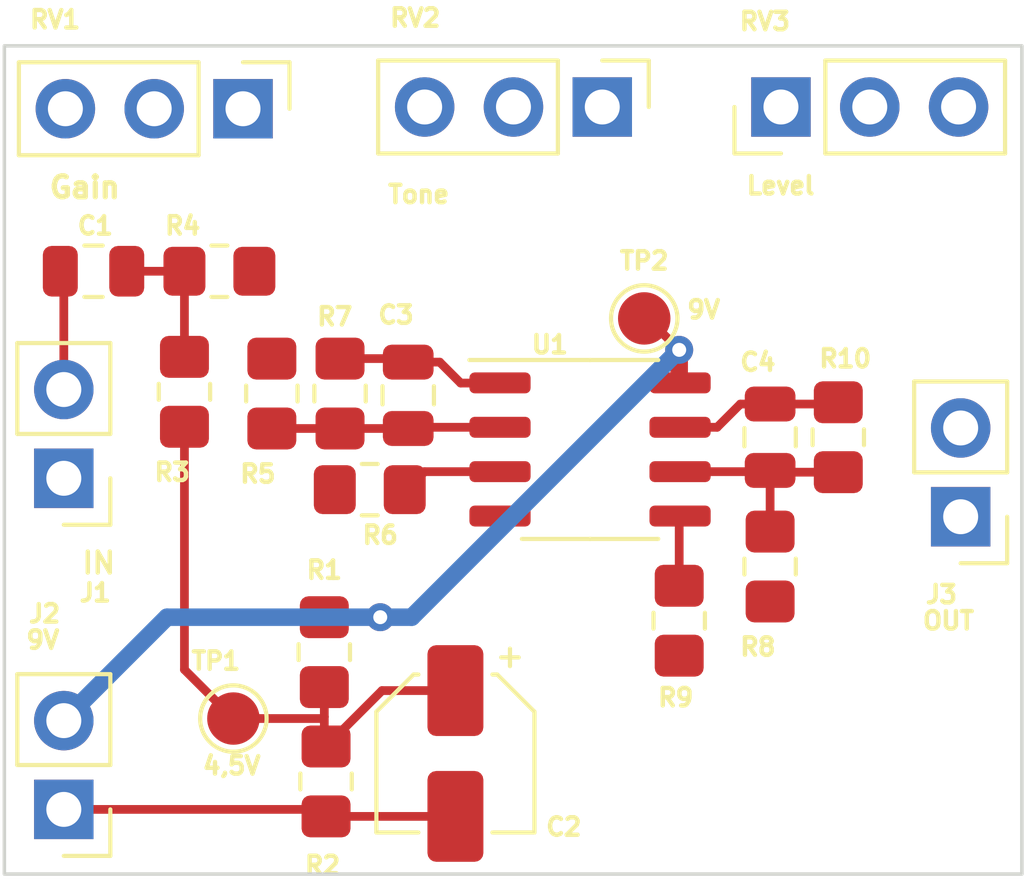
<source format=kicad_pcb>
(kicad_pcb (version 20211014) (generator pcbnew)
  (layers (0 "F.Cu" signal) (31 "B.Cu" signal) (34 "B.Paste" user) (35 "F.Paste" user) (36 "B.SilkS" user "B.Silkscreen") (37 "F.SilkS" user "F.Silkscreen") (38 "B.Mask" user) (39 "F.Mask" user) (44 "Edge.Cuts" user))
  (net 0 "")
  (net 1 "/4V5")
  (net 2 "GND")
  (net 3 "Net-(C1-Pad2)")
  (net 6 "Net-(C3-Pad1)")
  (net 8 "Net-(R6-Pad2)")
  (net 9 "Net-(C3-Pad2)")
  (net 11 "Net-(C4-Pad1)")
  (net 13 "Net-(R9-Pad2)")
  (net 14 "Net-(C4-Pad2)")
  (net 23 "/9V")
  (net 24 "/IN")
  (net 25 "/OUT")
  (footprint "Capacitor_SMD:C_0805_2012Metric" (layer "F.Cu") (at 119.35 96.4 90)
    (fp_text reference "C4" (at 2.15 -0.35 180) (layer "F.SilkS") (effects (font (size 0.5 0.5) (thickness 0.125))))
    (fp_text value "100p")
    (fp_line (start -0.261252 0.735) (end 0.261252 0.735) (layer "F.SilkS") (width 0.12))
    (fp_line (start -0.261252 -0.735) (end 0.261252 -0.735) (layer "F.SilkS") (width 0.12))
    (pad "1" smd roundrect (at -0.95 0 90) (size 1 1.45) (layers "F.Cu" "F.Paste" "F.Mask") (net 11 "Net-(C4-Pad1)"))
    (pad "2" smd roundrect (at 0.95 0 90) (size 1 1.45) (layers "F.Cu" "F.Paste" "F.Mask") (net 14 "Net-(C4-Pad2)"))
  )
  (footprint "Capacitor_SMD:C_0805_2012Metric" (layer "F.Cu") (at 109 95.2 90)
    (fp_text reference "C3" (at 2.3 -0.35) (layer "F.SilkS") (effects (font (size 0.5 0.5) (thickness 0.125))))
    (fp_text value "100p")
    (fp_line (start -0.261252 0.735) (end 0.261252 0.735) (layer "F.SilkS") (width 0.12))
    (fp_line (start -0.261252 -0.735) (end 0.261252 -0.735) (layer "F.SilkS") (width 0.12))
    (pad "1" smd roundrect (at -0.95 0 90) (size 1 1.45) (layers "F.Cu" "F.Paste" "F.Mask") (net 6 "Net-(C3-Pad1)"))
    (pad "2" smd roundrect (at 0.95 0 90) (size 1 1.45) (layers "F.Cu" "F.Paste" "F.Mask") (net 9 "Net-(C3-Pad2)"))
  )
  (footprint "TestPoint:TestPoint_Pad_D1.5mm" (layer "F.Cu") (at 104 104.45)
    (fp_text reference "TP1" (at -0.5 -1.648) (layer "F.SilkS") (effects (font (size 0.5 0.5) (thickness 0.125))))
    (fp_text value "4,5V" (at -0.05 1.35) (layer "F.SilkS") (effects (font (size 0.5 0.5) (thickness 0.125))))
    (fp_circle (center 0 0) (end 0 0.95) (layer "F.SilkS") (width 0.12) (fill none))
    (pad "1" smd circle (at 0 0) (size 1.5 1.5) (layers "F.Cu" "F.Mask") (net 1 "/4V5"))
  )
  (footprint "Connector_PinHeader_2.54mm:PinHeader_1x02_P2.54mm_Vertical" (layer "F.Cu") (at 124.8 98.675 180)
    (fp_text reference "J3" (at 0.55 -2.225) (layer "F.SilkS") (effects (font (size 0.5 0.5) (thickness 0.125))))
    (fp_text value "OUT" (at 0.35 -2.975) (layer "F.SilkS") (effects (font (size 0.5 0.5) (thickness 0.125))))
    (fp_line (start -1.33 1.27) (end 1.33 1.27) (layer "F.SilkS") (width 0.12))
    (fp_line (start -1.33 0) (end -1.33 -1.33) (layer "F.SilkS") (width 0.12))
    (fp_line (start -1.33 1.27) (end -1.33 3.87) (layer "F.SilkS") (width 0.12))
    (fp_line (start -1.33 3.87) (end 1.33 3.87) (layer "F.SilkS") (width 0.12))
    (fp_line (start -1.33 -1.33) (end 0 -1.33) (layer "F.SilkS") (width 0.12))
    (fp_line (start 1.33 1.27) (end 1.33 3.87) (layer "F.SilkS") (width 0.12))
    (pad "1" thru_hole rect (at 0 0 180) (size 1.7 1.7) (drill 1) (layers *.Cu *.Mask) (net 2 "GND"))
    (pad "2" thru_hole oval (at 0 2.54 180) (size 1.7 1.7) (drill 1) (layers *.Cu *.Mask) (net 25 "/OUT"))
  )
  (footprint "Resistor_SMD:R_0805_2012Metric_Pad1.20x1.40mm_HandSolder" (layer "F.Cu") (at 107.05 95.15 90)
    (fp_text reference "R7" (at 2.2 -0.15 180) (layer "F.SilkS") (effects (font (size 0.5 0.5) (thickness 0.125))))
    (fp_text value "100K")
    (fp_line (start -0.227064 -0.735) (end 0.227064 -0.735) (layer "F.SilkS") (width 0.12))
    (fp_line (start -0.227064 0.735) (end 0.227064 0.735) (layer "F.SilkS") (width 0.12))
    (pad "1" smd roundrect (at -1 0 90) (size 1.2 1.4) (layers "F.Cu" "F.Paste" "F.Mask") (roundrect_rratio 0.208333) (net 6 "Net-(C3-Pad1)"))
    (pad "2" smd roundrect (at 1 0 90) (size 1.2 1.4) (layers "F.Cu" "F.Paste" "F.Mask") (roundrect_rratio 0.208333) (net 9 "Net-(C3-Pad2)"))
  )
  (footprint "Resistor_SMD:R_0805_2012Metric_Pad1.20x1.40mm_HandSolder" (layer "F.Cu") (at 102.6 95.1 90)
    (fp_text reference "R3" (at -2.3 -0.35 180) (layer "F.SilkS") (effects (font (size 0.5 0.5) (thickness 0.125))))
    (fp_text value "100K")
    (fp_line (start -0.227064 0.735) (end 0.227064 0.735) (layer "F.SilkS") (width 0.12))
    (fp_line (start -0.227064 -0.735) (end 0.227064 -0.735) (layer "F.SilkS") (width 0.12))
    (pad "1" smd roundrect (at -1 0 90) (size 1.2 1.4) (layers "F.Cu" "F.Paste" "F.Mask") (roundrect_rratio 0.208333) (net 1 "/4V5"))
    (pad "2" smd roundrect (at 1 0 90) (size 1.2 1.4) (layers "F.Cu" "F.Paste" "F.Mask") (roundrect_rratio 0.208333) (net 3 "Net-(C1-Pad2)"))
  )
  (footprint "Connector_PinHeader_2.54mm:PinHeader_1x03_P2.54mm_Vertical" (layer "F.Cu") (at 114.55 86.95 -90)
    (fp_text reference "RV2" (at -2.55 5.35 180) (layer "F.SilkS") (effects (font (size 0.5 0.5) (thickness 0.125))))
    (fp_text value "Tone" (at 2.5 5.25 180) (layer "F.SilkS") (effects (font (size 0.5 0.5) (thickness 0.125))))
    (fp_line (start -1.33 6.41) (end 1.33 6.41) (layer "F.SilkS") (width 0.12))
    (fp_line (start -1.33 1.27) (end 1.33 1.27) (layer "F.SilkS") (width 0.12))
    (fp_line (start -1.33 1.27) (end -1.33 6.41) (layer "F.SilkS") (width 0.12))
    (fp_line (start -1.33 0) (end -1.33 -1.33) (layer "F.SilkS") (width 0.12))
    (fp_line (start -1.33 -1.33) (end 0 -1.33) (layer "F.SilkS") (width 0.12))
    (fp_line (start 1.33 1.27) (end 1.33 6.41) (layer "F.SilkS") (width 0.12))
    (pad "1" thru_hole rect (at 0 0 270) (size 1.7 1.7) (drill 1) (layers *.Cu *.Mask))
    (pad "2" thru_hole oval (at 0 2.54 270) (size 1.7 1.7) (drill 1) (layers *.Cu *.Mask))
    (pad "3" thru_hole oval (at 0 5.08 270) (size 1.7 1.7) (drill 1) (layers *.Cu *.Mask))
  )
  (footprint "Connector_PinHeader_2.54mm:PinHeader_1x03_P2.54mm_Vertical" (layer "F.Cu") (at 104.275 87 -90)
    (fp_text reference "RV1" (at -2.55 5.375 180) (layer "F.SilkS") (effects (font (size 0.5 0.5) (thickness 0.125))))
    (fp_text value "Gain" (at 2.25 4.525 180) (layer "F.SilkS") (effects (font (size 0.6 0.6))))
    (fp_line (start -1.33 1.27) (end 1.33 1.27) (layer "F.SilkS") (width 0.12))
    (fp_line (start -1.33 -1.33) (end 0 -1.33) (layer "F.SilkS") (width 0.12))
    (fp_line (start 1.33 1.27) (end 1.33 6.41) (layer "F.SilkS") (width 0.12))
    (fp_line (start -1.33 6.41) (end 1.33 6.41) (layer "F.SilkS") (width 0.12))
    (fp_line (start -1.33 1.27) (end -1.33 6.41) (layer "F.SilkS") (width 0.12))
    (fp_line (start -1.33 0) (end -1.33 -1.33) (layer "F.SilkS") (width 0.12))
    (pad "1" thru_hole rect (at 0 0 270) (size 1.7 1.7) (drill 1) (layers *.Cu *.Mask))
    (pad "2" thru_hole oval (at 0 2.54 270) (size 1.7 1.7) (drill 1) (layers *.Cu *.Mask))
    (pad "3" thru_hole oval (at 0 5.08 270) (size 1.7 1.7) (drill 1) (layers *.Cu *.Mask))
  )
  (footprint "Resistor_SMD:R_0805_2012Metric_Pad1.20x1.40mm_HandSolder" (layer "F.Cu") (at 121.3 96.4 90)
    (fp_text reference "R10" (at 2.25 0.2 180) (layer "F.SilkS") (effects (font (size 0.5 0.5) (thickness 0.125))))
    (fp_text value "100K")
    (fp_line (start -0.227064 0.735) (end 0.227064 0.735) (layer "F.SilkS") (width 0.12))
    (fp_line (start -0.227064 -0.735) (end 0.227064 -0.735) (layer "F.SilkS") (width 0.12))
    (pad "1" smd roundrect (at -1 0 90) (size 1.2 1.4) (layers "F.Cu" "F.Paste" "F.Mask") (roundrect_rratio 0.208333) (net 11 "Net-(C4-Pad1)"))
    (pad "2" smd roundrect (at 1 0 90) (size 1.2 1.4) (layers "F.Cu" "F.Paste" "F.Mask") (roundrect_rratio 0.208333) (net 14 "Net-(C4-Pad2)"))
  )
  (footprint "Package_SO:SO-8_3.9x4.9mm_P1.27mm" (layer "F.Cu") (at 114.2 96.75)
    (fp_text reference "U1" (at -1.15 -3) (layer "F.SilkS") (effects (font (size 0.5 0.5) (thickness 0.125))))
    (fp_text value "opamp")
    (fp_line (start 0 -2.56) (end 1.95 -2.56) (layer "F.SilkS") (width 0.12))
    (fp_line (start 0 2.56) (end -1.95 2.56) (layer "F.SilkS") (width 0.12))
    (fp_line (start 0 2.56) (end 1.95 2.56) (layer "F.SilkS") (width 0.12))
    (fp_line (start 0 -2.56) (end -3.45 -2.56) (layer "F.SilkS") (width 0.12))
    (pad "1" smd roundrect (at -2.575 -1.905) (size 1.75 0.6) (layers "F.Cu" "F.Paste" "F.Mask") (net 9 "Net-(C3-Pad2)"))
    (pad "2" smd roundrect (at -2.575 -0.635) (size 1.75 0.6) (layers "F.Cu" "F.Paste" "F.Mask") (net 6 "Net-(C3-Pad1)"))
    (pad "3" smd roundrect (at -2.575 0.635) (size 1.75 0.6) (layers "F.Cu" "F.Paste" "F.Mask") (net 8 "Net-(R6-Pad2)"))
    (pad "4" smd roundrect (at -2.575 1.905) (size 1.75 0.6) (layers "F.Cu" "F.Paste" "F.Mask") (net 2 "GND"))
    (pad "5" smd roundrect (at 2.575 1.905) (size 1.75 0.6) (layers "F.Cu" "F.Paste" "F.Mask") (net 13 "Net-(R9-Pad2)"))
    (pad "6" smd roundrect (at 2.575 0.635) (size 1.75 0.6) (layers "F.Cu" "F.Paste" "F.Mask") (net 11 "Net-(C4-Pad1)"))
    (pad "7" smd roundrect (at 2.575 -0.635) (size 1.75 0.6) (layers "F.Cu" "F.Paste" "F.Mask") (net 14 "Net-(C4-Pad2)"))
    (pad "8" smd roundrect (at 2.575 -1.905) (size 1.75 0.6) (layers "F.Cu" "F.Paste" "F.Mask") (net 23 "/9V"))
  )
  (footprint "Resistor_SMD:R_0805_2012Metric_Pad1.20x1.40mm_HandSolder" (layer "F.Cu") (at 119.35 100.1 90)
    (fp_text reference "R8" (at -2.3 -0.35 180) (layer "F.SilkS") (effects (font (size 0.5 0.5) (thickness 0.125))))
    (fp_text value "100K")
    (fp_line (start -0.227064 0.735) (end 0.227064 0.735) (layer "F.SilkS") (width 0.12))
    (fp_line (start -0.227064 -0.735) (end 0.227064 -0.735) (layer "F.SilkS") (width 0.12))
    (pad "1" smd roundrect (at -1 0 90) (size 1.2 1.4) (layers "F.Cu" "F.Paste" "F.Mask") (roundrect_rratio 0.208333))
    (pad "2" smd roundrect (at 1 0 90) (size 1.2 1.4) (layers "F.Cu" "F.Paste" "F.Mask") (roundrect_rratio 0.208333) (net 11 "Net-(C4-Pad1)"))
  )
  (footprint "Resistor_SMD:R_0805_2012Metric_Pad1.20x1.40mm_HandSolder" (layer "F.Cu") (at 106.65 106.25 90)
    (fp_text reference "R2" (at -2.4 -0.1 180) (layer "F.SilkS") (effects (font (size 0.5 0.5) (thickness 0.125))))
    (fp_text value "22K")
    (fp_line (start -0.227064 0.735) (end 0.227064 0.735) (layer "F.SilkS") (width 0.12))
    (fp_line (start -0.227064 -0.735) (end 0.227064 -0.735) (layer "F.SilkS") (width 0.12))
    (pad "1" smd roundrect (at -1 0 90) (size 1.2 1.4) (layers "F.Cu" "F.Paste" "F.Mask") (roundrect_rratio 0.208333) (net 2 "GND"))
    (pad "2" smd roundrect (at 1 0 90) (size 1.2 1.4) (layers "F.Cu" "F.Paste" "F.Mask") (roundrect_rratio 0.208333) (net 1 "/4V5"))
  )
  (footprint "Capacitor_SMD:C_0805_2012Metric" (layer "F.Cu") (at 100 91.65)
    (fp_text reference "C1" (at 0.05 -1.3) (layer "F.SilkS") (effects (font (size 0.5 0.5) (thickness 0.125))))
    (fp_text value "470n")
    (fp_line (start -0.261252 0.735) (end 0.261252 0.735) (layer "F.SilkS") (width 0.12))
    (fp_line (start -0.261252 -0.735) (end 0.261252 -0.735) (layer "F.SilkS") (width 0.12))
    (pad "1" smd roundrect (at -0.95 0) (size 1 1.45) (layers "F.Cu" "F.Paste" "F.Mask") (net 24 "/IN"))
    (pad "2" smd roundrect (at 0.95 0) (size 1 1.45) (layers "F.Cu" "F.Paste" "F.Mask") (net 3 "Net-(C1-Pad2)"))
  )
  (footprint "Resistor_SMD:R_0805_2012Metric_Pad1.20x1.40mm_HandSolder" (layer "F.Cu") (at 116.75 101.65 90)
    (fp_text reference "R9" (at -2.2 -0.1 180) (layer "F.SilkS") (effects (font (size 0.5 0.5) (thickness 0.125))))
    (fp_text value "100K")
    (fp_line (start -0.227064 -0.735) (end 0.227064 -0.735) (layer "F.SilkS") (width 0.12))
    (fp_line (start -0.227064 0.735) (end 0.227064 0.735) (layer "F.SilkS") (width 0.12))
    (pad "1" smd roundrect (at -1 0 90) (size 1.2 1.4) (layers "F.Cu" "F.Paste" "F.Mask") (roundrect_rratio 0.208333))
    (pad "2" smd roundrect (at 1 0 90) (size 1.2 1.4) (layers "F.Cu" "F.Paste" "F.Mask") (roundrect_rratio 0.208333) (net 13 "Net-(R9-Pad2)"))
  )
  (footprint "Connector_PinHeader_2.54mm:PinHeader_1x02_P2.54mm_Vertical" (layer "F.Cu") (at 99.15 107.05 180)
    (fp_text reference "J2" (at 0.55 5.6) (layer "F.SilkS") (effects (font (size 0.5 0.5) (thickness 0.125))))
    (fp_text value "9V" (at 0.6 4.85) (layer "F.SilkS") (effects (font (size 0.5 0.5) (thickness 0.125))))
    (fp_line (start -1.33 3.87) (end 1.33 3.87) (layer "F.SilkS") (width 0.12))
    (fp_line (start -1.33 -1.33) (end 0 -1.33) (layer "F.SilkS") (width 0.12))
    (fp_line (start 1.33 1.27) (end 1.33 3.87) (layer "F.SilkS") (width 0.12))
    (fp_line (start -1.33 1.27) (end -1.33 3.87) (layer "F.SilkS") (width 0.12))
    (fp_line (start -1.33 1.27) (end 1.33 1.27) (layer "F.SilkS") (width 0.12))
    (fp_line (start -1.33 0) (end -1.33 -1.33) (layer "F.SilkS") (width 0.12))
    (pad "1" thru_hole rect (at 0 0 180) (size 1.7 1.7) (drill 1) (layers *.Cu *.Mask) (net 2 "GND"))
    (pad "2" thru_hole oval (at 0 2.54 180) (size 1.7 1.7) (drill 1) (layers *.Cu *.Mask) (net 23 "/9V"))
  )
  (footprint "Resistor_SMD:R_0805_2012Metric_Pad1.20x1.40mm_HandSolder" (layer "F.Cu") (at 103.6 91.65)
    (fp_text reference "R4" (at -1.05 -1.3) (layer "F.SilkS") (effects (font (size 0.5 0.5) (thickness 0.125))))
    (fp_text value "100K")
    (fp_line (start -0.227064 -0.735) (end 0.227064 -0.735) (layer "F.SilkS") (width 0.12))
    (fp_line (start -0.227064 0.735) (end 0.227064 0.735) (layer "F.SilkS") (width 0.12))
    (pad "1" smd roundrect (at -1 0) (size 1.2 1.4) (layers "F.Cu" "F.Paste" "F.Mask") (roundrect_rratio 0.208333) (net 3 "Net-(C1-Pad2)"))
    (pad "2" smd roundrect (at 1 0) (size 1.2 1.4) (layers "F.Cu" "F.Paste" "F.Mask") (roundrect_rratio 0.208333))
  )
  (footprint "Connector_PinHeader_2.54mm:PinHeader_1x03_P2.54mm_Vertical" (layer "F.Cu") (at 119.66 86.95 90)
    (fp_text reference "RV3" (at 2.45 -0.46) (layer "F.SilkS") (effects (font (size 0.5 0.5) (thickness 0.125))))
    (fp_text value "Level" (at -2.25 -0.01) (layer "F.SilkS") (effects (font (size 0.5 0.5) (thickness 0.125))))
    (fp_line (start -1.33 0) (end -1.33 -1.33) (layer "F.SilkS") (width 0.12))
    (fp_line (start -1.33 1.27) (end -1.33 6.41) (layer "F.SilkS") (width 0.12))
    (fp_line (start -1.33 1.27) (end 1.33 1.27) (layer "F.SilkS") (width 0.12))
    (fp_line (start -1.33 -1.33) (end 0 -1.33) (layer "F.SilkS") (width 0.12))
    (fp_line (start -1.33 6.41) (end 1.33 6.41) (layer "F.SilkS") (width 0.12))
    (fp_line (start 1.33 1.27) (end 1.33 6.41) (layer "F.SilkS") (width 0.12))
    (pad "1" thru_hole rect (at 0 0 90) (size 1.7 1.7) (drill 1) (layers *.Cu *.Mask))
    (pad "2" thru_hole oval (at 0 2.54 90) (size 1.7 1.7) (drill 1) (layers *.Cu *.Mask))
    (pad "3" thru_hole oval (at 0 5.08 90) (size 1.7 1.7) (drill 1) (layers *.Cu *.Mask) (net 2 "GND"))
  )
  (footprint "Resistor_SMD:R_0805_2012Metric_Pad1.20x1.40mm_HandSolder" (layer "F.Cu") (at 105.1 95.15 -90)
    (fp_text reference "R5" (at 2.3 0.4 180) (layer "F.SilkS") (effects (font (size 0.5 0.5) (thickness 0.125))))
    (fp_text value "100K")
    (fp_line (start -0.227064 0.735) (end 0.227064 0.735) (layer "F.SilkS") (width 0.12))
    (fp_line (start -0.227064 -0.735) (end 0.227064 -0.735) (layer "F.SilkS") (width 0.12))
    (pad "1" smd roundrect (at -1 0 270) (size 1.2 1.4) (layers "F.Cu" "F.Paste" "F.Mask") (roundrect_rratio 0.208333))
    (pad "2" smd roundrect (at 1 0 270) (size 1.2 1.4) (layers "F.Cu" "F.Paste" "F.Mask") (roundrect_rratio 0.208333) (net 6 "Net-(C3-Pad1)"))
  )
  (footprint "Capacitor_SMD:CP_Elec_4x5.8" (layer "F.Cu") (at 110.35 105.45 -90)
    (fp_text reference "C2" (at 2.1 -3.1 180) (layer "F.SilkS") (effects (font (size 0.5 0.5))))
    (fp_text value "100u")
    (fp_line (start -1.195563 -2.26) (end 2.26 -2.26) (layer "F.SilkS") (width 0.12))
    (fp_line (start 2.26 -2.26) (end 2.26 -1.06) (layer "F.SilkS") (width 0.12))
    (fp_line (start -2.26 -1.195563) (end -2.26 -1.06) (layer "F.SilkS") (width 0.12))
    (fp_line (start -3 -1.56) (end -2.5 -1.56) (layer "F.SilkS") (width 0.12))
    (fp_line (start 2.26 2.26) (end 2.26 1.06) (layer "F.SilkS") (width 0.12))
    (fp_line (start -2.26 1.195563) (end -1.195563 2.26) (layer "F.SilkS") (width 0.12))
    (fp_line (start -2.75 -1.81) (end -2.75 -1.31) (layer "F.SilkS") (width 0.12))
    (fp_line (start -2.26 -1.195563) (end -1.195563 -2.26) (layer "F.SilkS") (width 0.12))
    (fp_line (start -1.195563 2.26) (end 2.26 2.26) (layer "F.SilkS") (width 0.12))
    (fp_line (start -2.26 1.195563) (end -2.26 1.06) (layer "F.SilkS") (width 0.12))
    (pad "1" smd roundrect (at -1.8 0 270) (size 2.6 1.6) (layers "F.Cu" "F.Paste" "F.Mask") (roundrect_rratio 0.15625) (net 1 "/4V5"))
    (pad "2" smd roundrect (at 1.8 0 270) (size 2.6 1.6) (layers "F.Cu" "F.Paste" "F.Mask") (roundrect_rratio 0.15625) (net 2 "GND"))
  )
  (footprint "Resistor_SMD:R_0805_2012Metric_Pad1.20x1.40mm_HandSolder" (layer "F.Cu") (at 107.9 97.9)
    (fp_text reference "R6" (at 0.3 1.3) (layer "F.SilkS") (effects (font (size 0.5 0.5) (thickness 0.125))))
    (fp_text value "100K")
    (fp_line (start -0.227064 -0.735) (end 0.227064 -0.735) (layer "F.SilkS") (width 0.12))
    (fp_line (start -0.227064 0.735) (end 0.227064 0.735) (layer "F.SilkS") (width 0.12))
    (pad "1" smd roundrect (at -1 0) (size 1.2 1.4) (layers "F.Cu" "F.Paste" "F.Mask") (roundrect_rratio 0.208333))
    (pad "2" smd roundrect (at 1 0) (size 1.2 1.4) (layers "F.Cu" "F.Paste" "F.Mask") (roundrect_rratio 0.208333) (net 8 "Net-(R6-Pad2)"))
  )
  (footprint "Resistor_SMD:R_0805_2012Metric_Pad1.20x1.40mm_HandSolder" (layer "F.Cu") (at 106.6 102.55 -90)
    (fp_text reference "R1" (at -2.35 0) (layer "F.SilkS") (effects (font (size 0.5 0.5))))
    (fp_text value "22K")
    (fp_line (start -0.227064 0.735) (end 0.227064 0.735) (layer "F.SilkS") (width 0.12))
    (fp_line (start -0.227064 -0.735) (end 0.227064 -0.735) (layer "F.SilkS") (width 0.12))
    (pad "1" smd roundrect (at -1 0 270) (size 1.2 1.4) (layers "F.Cu" "F.Paste" "F.Mask") (roundrect_rratio 0.208333) (net 23 "/9V"))
    (pad "2" smd roundrect (at 1 0 270) (size 1.2 1.4) (layers "F.Cu" "F.Paste" "F.Mask") (roundrect_rratio 0.208333) (net 1 "/4V5"))
  )
  (footprint "Connector_PinHeader_2.54mm:PinHeader_1x02_P2.54mm_Vertical" (layer "F.Cu") (at 99.15 97.575 180)
    (fp_text reference "J1" (at -0.9 -3.275) (layer "F.SilkS") (effects (font (size 0.5 0.5))))
    (fp_text value "IN" (at -1 -2.425) (layer "F.SilkS") (effects (font (size 0.6 0.6) (thickness 0.125))))
    (fp_line (start -1.33 1.27) (end 1.33 1.27) (layer "F.SilkS") (width 0.12))
    (fp_line (start -1.33 0) (end -1.33 -1.33) (layer "F.SilkS") (width 0.12))
    (fp_line (start -1.33 1.27) (end -1.33 3.87) (layer "F.SilkS") (width 0.12))
    (fp_line (start -1.33 -1.33) (end 0 -1.33) (layer "F.SilkS") (width 0.12))
    (fp_line (start -1.33 3.87) (end 1.33 3.87) (layer "F.SilkS") (width 0.12))
    (fp_line (start 1.33 1.27) (end 1.33 3.87) (layer "F.SilkS") (width 0.12))
    (pad "1" thru_hole rect (at 0 0 180) (size 1.7 1.7) (drill 1) (layers *.Cu *.Mask) (net 2 "GND"))
    (pad "2" thru_hole oval (at 0 2.54 180) (size 1.7 1.7) (drill 1) (layers *.Cu *.Mask) (net 24 "/IN"))
  )
  (footprint "TestPoint:TestPoint_Pad_D1.5mm" (layer "F.Cu") (at 115.75 93)
    (fp_text reference "TP2" (at 0 -1.648) (layer "F.SilkS") (effects (font (size 0.5 0.5) (thickness 0.125))))
    (fp_text value "9V" (at 1.7 -0.25) (layer "F.SilkS") (effects (font (size 0.5 0.5) (thickness 0.125))))
    (fp_circle (center 0 0) (end 0 0.95) (layer "F.SilkS") (width 0.12) (fill none))
    (pad "1" smd circle (at 0 0) (size 1.5 1.5) (layers "F.Cu" "F.Mask") (net 23 "/9V"))
  )
  (gr_rect (start 97.45 85.2) (end 126.55 108.9) (layer "Edge.Cuts") (width 0.1) (fill none))
  (segment (start 106.55 104.45) (end 106.6 104.4) (width 0.25) (layer "F.Cu") (net 1))
  (segment (start 106.6 103.55) (end 106.6 104.4) (width 0.25) (layer "F.Cu") (net 1))
  (segment (start 102.6 103.05) (end 104 104.45) (width 0.25) (layer "F.Cu") (net 1))
  (segment (start 106.6 104.4) (end 106.6 105.2) (width 0.25) (layer "F.Cu") (net 1))
  (segment (start 104 104.45) (end 106.55 104.45) (width 0.25) (layer "F.Cu") (net 1))
  (segment (start 110.35 103.65) (end 108.25 103.65) (width 0.25) (layer "F.Cu") (net 1))
  (segment (start 106.6 105.2) (end 106.65 105.25) (width 0.25) (layer "F.Cu") (net 1))
  (segment (start 106.6 105.3) (end 106.65 105.25) (width 0.25) (layer "F.Cu") (net 1))
  (segment (start 102.6 96.1) (end 102.6 103.05) (width 0.25) (layer "F.Cu") (net 1))
  (segment (start 108.25 103.65) (end 106.65 105.25) (width 0.25) (layer "F.Cu") (net 1))
  (segment (start 106.65 107.25) (end 110.35 107.25) (width 0.25) (layer "F.Cu") (net 2))
  (segment (start 106.475 107.075) (end 106.65 107.25) (width 0.5) (layer "F.Cu") (net 2))
  (segment (start 99.15 107.05) (end 106.45 107.05) (width 0.25) (layer "F.Cu") (net 2))
  (segment (start 106.45 107.05) (end 106.65 107.25) (width 0.25) (layer "F.Cu") (net 2))
  (segment (start 102.6 91.65) (end 102.6 94.05) (width 0.25) (layer "F.Cu") (net 3))
  (segment (start 100.95 91.65) (end 102.6 91.65) (width 0.25) (layer "F.Cu") (net 3))
  (segment (start 102.6 94.05) (end 102.65 94.1) (width 0.25) (layer "F.Cu") (net 3))
  (segment (start 109.035 96.115) (end 109 96.15) (width 0.25) (layer "F.Cu") (net 6))
  (segment (start 107.05 96.15) (end 105.05 96.15) (width 0.25) (layer "F.Cu") (net 6))
  (segment (start 109 96.15) (end 106.95 96.15) (width 0.25) (layer "F.Cu") (net 6))
  (segment (start 111.675 96.115) (end 109.035 96.115) (width 0.25) (layer "F.Cu") (net 6))
  (segment (start 109 97.85) (end 109.465 97.385) (width 0.25) (layer "F.Cu") (net 8))
  (segment (start 109.465 97.385) (end 111.675 97.385) (width 0.25) (layer "F.Cu") (net 8))
  (segment (start 109.9 94.25) (end 110.5 94.85) (width 0.25) (layer "F.Cu") (net 9))
  (segment (start 106.95 94.15) (end 108.9 94.15) (width 0.25) (layer "F.Cu") (net 9))
  (segment (start 108.9 94.15) (end 109 94.25) (width 0.25) (layer "F.Cu") (net 9))
  (segment (start 109 94.25) (end 109.9 94.25) (width 0.25) (layer "F.Cu") (net 9))
  (segment (start 110.5 94.85) (end 111.67 94.85) (width 0.25) (layer "F.Cu") (net 9))
  (segment (start 111.67 94.85) (end 111.675 94.845) (width 0.25) (layer "F.Cu") (net 9))
  (segment (start 116.825 97.385) (end 119.315 97.385) (width 0.25) (layer "F.Cu") (net 11))
  (segment (start 119.4 97.4) (end 119.35 97.35) (width 0.25) (layer "F.Cu") (net 11))
  (segment (start 119.35 97.35) (end 119.35 99.1) (width 0.25) (layer "F.Cu") (net 11))
  (segment (start 119.315 97.385) (end 119.35 97.35) (width 0.25) (layer "F.Cu") (net 11))
  (segment (start 121.3 97.4) (end 119.4 97.4) (width 0.25) (layer "F.Cu") (net 11))
  (segment (start 116.75 98.73) (end 116.825 98.655) (width 0.25) (layer "F.Cu") (net 13))
  (segment (start 116.75 100.65) (end 116.75 98.73) (width 0.25) (layer "F.Cu") (net 13))
  (segment (start 118.5 95.45) (end 119.35 95.45) (width 0.25) (layer "F.Cu") (net 14))
  (segment (start 119.35 95.45) (end 121.25 95.45) (width 0.25) (layer "F.Cu") (net 14))
  (segment (start 116.825 96.115) (end 117.835 96.115) (width 0.25) (layer "F.Cu") (net 14))
  (segment (start 121.25 95.45) (end 121.3 95.4) (width 0.25) (layer "F.Cu") (net 14))
  (segment (start 117.835 96.115) (end 118.5 95.45) (width 0.25) (layer "F.Cu") (net 14))
  (segment (start 116.75 93.9) (end 116.75 94.82) (width 0.5) (layer "F.Cu") (net 23))
  (segment (start 115.85 93) (end 116.75 93.9) (width 0.25) (layer "F.Cu") (net 23))
  (segment (start 106.6 101.55) (end 108.2 101.55) (width 0.25) (layer "F.Cu") (net 23))
  (segment (start 116.75 94.82) (end 116.775 94.845) (width 0.25) (layer "F.Cu") (net 23))
  (segment (start 115.75 93) (end 115.85 93) (width 0.25) (layer "F.Cu") (net 23))
  (via (at 108.2 101.55) (size 0.8) (drill 0.4) (layers "F.Cu" "B.Cu") (net 23))
  (via (at 116.75 93.9) (size 0.8) (drill 0.4) (layers "F.Cu" "B.Cu") (net 23))
  (segment (start 99.15 104.5) (end 102.1 101.55) (width 0.5) (layer "B.Cu") (net 23))
  (segment (start 102.1 101.55) (end 108.2 101.55) (width 0.5) (layer "B.Cu") (net 23))
  (segment (start 99.15 104.51) (end 99.15 104.5) (width 0.5) (layer "B.Cu") (net 23))
  (segment (start 108.2 101.55) (end 109.1 101.55) (width 0.5) (layer "B.Cu") (net 23))
  (segment (start 109.1 101.55) (end 116.75 93.9) (width 0.5) (layer "B.Cu") (net 23))
  (segment (start 99.15 91.75) (end 99.15 95.035) (width 0.25) (layer "F.Cu") (net 24))
  (segment (start 99.05 91.65) (end 99.15 91.75) (width 0.25) (layer "F.Cu") (net 24))
)
</source>
